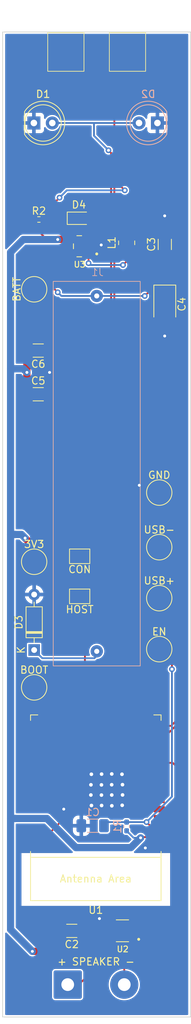
<source format=kicad_pcb>
(kicad_pcb (version 20221018) (generator pcbnew)
  (layers (0 "F.Cu" signal) (31 "B.Cu" signal) (34 "B.Paste" user) (35 "F.Paste" user) (36 "B.SilkS" user "B.Silkscreen") (37 "F.SilkS" user "F.Silkscreen") (38 "B.Mask" user) (39 "F.Mask" user) (44 "Edge.Cuts" user))
  (net 0 "")
  (net 1 "Net-(U1-EN)")
  (net 2 "GND")
  (net 3 "3V3")
  (net 4 "Net-(J1-Pin_1)")
  (net 5 "Net-(D1-A)")
  (net 6 "Net-(D3-K)")
  (net 7 "Net-(D4-A)")
  (net 8 "Net-(U2-OUT+)")
  (net 9 "Net-(U2-OUT-)")
  (net 10 "Net-(U1-GPIO12{slash}TOUCH12{slash}ADC2_CH1{slash}FSPICLK{slash}FSPIIO6)")
  (net 11 "Net-(U1-GPIO20{slash}U1CTS{slash}ADC2_CH9{slash}CLK_OUT1{slash}USB_D+)")
  (net 12 "Net-(U1-GPIO19{slash}U1RTS{slash}ADC2_CH8{slash}CLK_OUT2{slash}USB_D-)")
  (net 13 "Net-(U1-GPIO0)")
  (net 17 "Net-(U1-GPIO17{slash}U1TXD{slash}ADC2_CH6{slash}DAC_1)")
  (net 44 "Net-(C7-A)")
  (footprint "Capacitor_SMD:C_1206_3216Metric_Pad1.33x1.80mm_HandSolder" (layer "F.Cu") (at 151.765 73.9263 90)
    (fp_text reference "C3" (at 0 -1.85 90) (layer "F.SilkS"))
    (fp_text value "22UF")
    (fp_line (start -0.711252 -0.91) (end 0.711252 -0.91) (stroke (width 0.12)) (layer "F.SilkS"))
    (fp_line (start -0.711252 0.91) (end 0.711252 0.91) (stroke (width 0.12)) (layer "F.SilkS"))
    (pad "1" smd roundrect (at -1.5625 0 90) (size 1.325 1.8) (layers "F.Cu" "F.Paste" "F.Mask") (roundrect_rratio 0.1886792453) (net 4 "Net-(J1-Pin_1)"))
    (pad "2" smd roundrect (at 1.5625 0 90) (size 1.325 1.8) (layers "F.Cu" "F.Paste" "F.Mask") (roundrect_rratio 0.1886792453) (net 2 "GND"))
  )
  (footprint "Library:Z00C-4G7L1-11000" (layer "F.Cu") (at 144.52 45.25)
    (fp_text reference "Conn_Button_2" hide)
    (fp_text value "~")
    (fp_rect (start -0.4 -0.4) (end 4.6 4.9) (stroke (width 0.1)) (fill none) (layer "F.SilkS"))
    (pad "1" smd rect (at 2.1 2.25) (size 4.7 5) (layers "F.Cu" "F.Paste" "F.Mask") (net 2 "GND"))
  )
  (footprint "Connector_Wire:SolderWire-1sqmm_1x02_P7.8mm_D1.4mm_OD3.9mm" (layer "F.Cu") (at 138.377 175.5648)
    (fp_text reference "+ SPEAKER -" (at 3.9 -3.15) (layer "F.SilkS"))
    (fp_text value "Speaker")
    (pad "1" thru_hole roundrect (at 0 0) (size 3.9 3.9) (drill 1.75) (layers "*.Cu" "*.Mask") (roundrect_rratio 0.06410307692) (net 8 "Net-(U2-OUT+)"))
    (pad "2" thru_hole circle (at 7.8 0) (size 3.9 3.9) (drill 1.75) (layers "*.Cu" "*.Mask") (net 9 "Net-(U2-OUT-)"))
  )
  (footprint "resources:SOT95P280X145-6N" (layer "F.Cu") (at 145.925 168.1734 180)
    (fp_text reference "U2" (at -0.031003 -2.53111) (layer "F.SilkS") (effects (font (size 0.8 0.8))))
    (fp_text value "PAM8301AAF")
    (fp_line (start -0.85 1.5) (end 0.85 1.5) (stroke (width 0.127)) (layer "F.SilkS"))
    (fp_line (start 0.85 -1.5) (end -0.85 -1.5) (stroke (width 0.127)) (layer "F.SilkS"))
    (fp_circle (center -2.24 -1.17) (end -2.14 -1.17) (stroke (width 0.2)) (fill none) (layer "F.SilkS"))
    (pad "1" smd roundrect (at -1.075 -0.95 180) (size 1.56 0.59) (layers "F.Cu" "F.Paste" "F.Mask") (roundrect_rratio 0.12) (net 9 "Net-(U2-OUT-)"))
    (pad "2" smd roundrect (at -1.075 0 180) (size 1.56 0.59) (layers "F.Cu" "F.Paste" "F.Mask") (roundrect_rratio 0.12) (net 2 "GND"))
    (pad "3" smd roundrect (at -1.075 0.95 180) (size 1.56 0.59) (layers "F.Cu" "F.Paste" "F.Mask") (roundrect_rratio 0.12) (net 17 "Net-(U1-GPIO17{slash}U1TXD{slash}ADC2_CH6{slash}DAC_1)"))
    (pad "4" smd roundrect (at 1.075 0.95 180) (size 1.56 0.59) (layers "F.Cu" "F.Paste" "F.Mask") (roundrect_rratio 0.12) (net 2 "GND"))
    (pad "5" smd roundrect (at 1.075 0 180) (size 1.56 0.59) (layers "F.Cu" "F.Paste" "F.Mask") (roundrect_rratio 0.12) (net 3 "3V3"))
    (pad "6" smd roundrect (at 1.075 -0.95 180) (size 1.56 0.59) (layers "F.Cu" "F.Paste" "F.Mask") (roundrect_rratio 0.12) (net 8 "Net-(U2-OUT+)"))
  )
  (footprint "TestPoint:TestPoint_Pad_D3.0mm" (layer "F.Cu") (at 151 122.5)
    (fp_text reference "USB+" (at 0 -2.398) (layer "F.SilkS"))
    (fp_text value "USB_D +")
    (fp_circle (center 0 0) (end 0 1.75) (stroke (width 0.12)) (fill none) (layer "F.SilkS"))
    (pad "1" smd circle (at 0 0) (size 3 3) (layers "F.Cu" "F.Mask") (net 11 "Net-(U1-GPIO20{slash}U1CTS{slash}ADC2_CH9{slash}CLK_OUT1{slash}USB_D+)"))
  )
  (footprint "TestPoint:TestPoint_Pad_D3.0mm" (layer "F.Cu") (at 133.75 134.75)
    (fp_text reference "BOOT" (at 0 -2.398) (layer "F.SilkS"))
    (fp_text value "BOOT")
    (fp_circle (center 0 0) (end 0 1.75) (stroke (width 0.12)) (fill none) (layer "F.SilkS"))
    (pad "1" smd circle (at 0 0) (size 3 3) (layers "F.Cu" "F.Mask") (net 13 "Net-(U1-GPIO0)"))
  )
  (footprint "Resistor_SMD:R_0402_1005Metric_Pad0.72x0.64mm_HandSolder" (layer "F.Cu") (at 134.4025 70.5)
    (fp_text reference "R2" (at 0 -1.17) (layer "F.SilkS"))
    (fp_text value "10K")
    (fp_line (start -0.167621 -0.38) (end 0.167621 -0.38) (stroke (width 0.12)) (layer "F.SilkS"))
    (fp_line (start -0.167621 0.38) (end 0.167621 0.38) (stroke (width 0.12)) (layer "F.SilkS"))
    (pad "1" smd roundrect (at -0.5975 0) (size 0.715 0.64) (layers "F.Cu" "F.Paste" "F.Mask") (net 3 "3V3"))
    (pad "2" smd roundrect (at 0.5975 0) (size 0.715 0.64) (layers "F.Cu" "F.Paste" "F.Mask") (net 10 "Net-(U1-GPIO12{slash}TOUCH12{slash}ADC2_CH1{slash}FSPICLK{slash}FSPIIO6)"))
  )
  (footprint "TestPoint:TestPoint_Pad_D3.0mm" (layer "F.Cu") (at 133.75 80.0862 90)
    (fp_text reference "BATT" (at 0 -2.398 90) (layer "F.SilkS"))
    (fp_text value "BATT")
    (fp_circle (center 0 0) (end 0 1.75) (stroke (width 0.12)) (fill none) (layer "F.SilkS"))
    (pad "1" smd circle (at 0 0 90) (size 3 3) (layers "F.Cu" "F.Mask") (net 4 "Net-(J1-Pin_1)"))
  )
  (footprint "Inductor_SMD:L_1008_2520Metric_Pad1.43x2.20mm_HandSolder" (layer "F.Cu") (at 146.5072 73.7049 90)
    (fp_text reference "L1" (at 0 -2.05 90) (layer "F.SilkS"))
    (fp_text value "L")
    (fp_line (start -0.261252 -1.11) (end 0.261252 -1.11) (stroke (width 0.12)) (layer "F.SilkS"))
    (fp_line (start -0.261252 1.11) (end 0.261252 1.11) (stroke (width 0.12)) (layer "F.SilkS"))
    (pad "1" smd roundrect (at -1.1625 0 90) (size 1.425 2.2) (layers "F.Cu" "F.Paste" "F.Mask") (roundrect_rratio 0.1754392982) (net 7 "Net-(D4-A)"))
    (pad "2" smd roundrect (at 1.1625 0 90) (size 1.425 2.2) (layers "F.Cu" "F.Paste" "F.Mask") (roundrect_rratio 0.1754392982) (net 4 "Net-(J1-Pin_1)"))
  )
  (footprint "Capacitor_SMD:C_1206_3216Metric_Pad1.33x1.80mm_HandSolder" (layer "F.Cu") (at 138.938 168.1865 180)
    (fp_text reference "C2" (at 0 -1.85) (layer "F.SilkS"))
    (fp_text value "22UF")
    (fp_line (start -0.711252 -0.91) (end 0.711252 -0.91) (stroke (width 0.12)) (layer "F.SilkS"))
    (fp_line (start -0.711252 0.91) (end 0.711252 0.91) (stroke (width 0.12)) (layer "F.SilkS"))
    (pad "1" smd roundrect (at -1.5625 0 180) (size 1.325 1.8) (layers "F.Cu" "F.Paste" "F.Mask") (roundrect_rratio 0.1886792453) (net 3 "3V3"))
    (pad "2" smd roundrect (at 1.5625 0 180) (size 1.325 1.8) (layers "F.Cu" "F.Paste" "F.Mask") (roundrect_rratio 0.1886792453) (net 2 "GND"))
  )
  (footprint "Jumper:SolderJumper-2_P1.3mm_Open_TrianglePad1.0x1.5mm" (layer "F.Cu") (at 140.025 122.25 180)
    (fp_text reference "HOST" (at 0 -1.8) (layer "F.SilkS"))
    (fp_text value "HOST")
    (fp_line (start -1.4 -1) (end 1.4 -1) (stroke (width 0.12)) (layer "F.SilkS"))
    (fp_line (start -1.4 1) (end -1.4 -1) (stroke (width 0.12)) (layer "F.SilkS"))
    (fp_line (start 1.4 -1) (end 1.4 1) (stroke (width 0.12)) (layer "F.SilkS"))
    (fp_line (start 1.4 1) (end -1.4 1) (stroke (width 0.12)) (layer "F.SilkS"))
    (pad "1" smd custom (at -0.725 0 180) (size 0.3 0.3) (layers "F.Cu" "F.Mask") (net 44 "Net-(C7-A)") (options (clearance outline) (anchor rect)) (primitives (gr_poly (pts (xy 1 0) (xy 0.5 0.75) (xy -0.5 0.75) (xy -0.5 -0.75) (xy 0.5 -0.75)) (width 0) (fill yes))))
    (pad "2" smd custom (at 0.725 0 180) (size 0.3 0.3) (layers "F.Cu" "F.Mask") (net 2 "GND") (options (clearance outline) (anchor rect)) (primitives (gr_poly (pts (xy 0.5 0.75) (xy -0.65 0.75) (xy -0.15 0) (xy -0.65 -0.75) (xy 0.5 -0.75)) (width 0) (fill yes))))
  )
  (footprint "Diode_SMD:D_SOD-323" (layer "F.Cu") (at 139.92 70.3326)
    (fp_text reference "D4" (at 0 -1.85) (layer "F.SilkS"))
    (fp_text value "BAT60A")
    (fp_line (start -1.61 -0.85) (end -1.61 0.85) (stroke (width 0.12)) (layer "F.SilkS"))
    (fp_line (start -1.61 -0.85) (end 1.05 -0.85) (stroke (width 0.12)) (layer "F.SilkS"))
    (fp_line (start -1.61 0.85) (end 1.05 0.85) (stroke (width 0.12)) (layer "F.SilkS"))
    (pad "1" smd roundrect (at -1.05 0) (size 0.6 0.45) (layers "F.Cu" "F.Paste" "F.Mask") (net 3 "3V3"))
    (pad "2" smd roundrect (at 1.05 0) (size 0.6 0.45) (layers "F.Cu" "F.Paste" "F.Mask") (net 7 "Net-(D4-A)"))
  )
  (footprint "resources:SOT95P280X145-5N" (layer "F.Cu") (at 139.969 74.1782 180)
    (fp_text reference "U3" (at -0.06 -2.508) (layer "F.SilkS") (effects (font (size 0.8 0.8))))
    (fp_text value "TPS613221ADBVR")
    (fp_line (start -0.33 -1.45) (end 0.33 -1.45) (stroke (width 0.127)) (layer "F.SilkS"))
    (fp_line (start 0.33 1.45) (end -0.33 1.45) (stroke (width 0.127)) (layer "F.SilkS"))
    (fp_line (start 0.8 -0.335) (end 0.8 0.335) (stroke (width 0.127)) (layer "F.SilkS"))
    (fp_circle (center -2.41 -1.05) (end -2.31 -1.05) (stroke (width 0.2)) (fill none) (layer "F.SilkS"))
    (pad "1" smd roundrect (at -1.255 -0.95 180) (size 1.21 0.59) (layers "F.Cu" "F.Paste" "F.Mask") (roundrect_rratio 0.15) (net 7 "Net-(D4-A)"))
    (pad "2" smd roundrect (at -1.255 0 180) (size 1.21 0.59) (layers "F.Cu" "F.Paste" "F.Mask") (roundrect_rratio 0.15) (net 2 "GND"))
    (pad "3" smd roundrect (at -1.255 0.95 180) (size 1.21 0.59) (layers "F.Cu" "F.Paste" "F.Mask") (roundrect_rratio 0.15))
    (pad "4" smd roundrect (at 1.255 0.95 180) (size 1.21 0.59) (layers "F.Cu" "F.Paste" "F.Mask") (roundrect_rratio 0.15) (net 3 "3V3"))
    (pad "5" smd roundrect (at 1.255 -0.95 180) (size 1.21 0.59) (layers "F.Cu" "F.Paste" "F.Mask") (roundrect_rratio 0.15))
  )
  (footprint "Capacitor_SMD:C_1206_3216Metric_Pad1.33x1.80mm_HandSolder" (layer "F.Cu") (at 134.3125 88.5 180)
    (fp_text reference "C6" (at 0 -1.85) (layer "F.SilkS"))
    (fp_text value "22UF")
    (fp_line (start -0.711252 -0.91) (end 0.711252 -0.91) (stroke (width 0.12)) (layer "F.SilkS"))
    (fp_line (start -0.711252 0.91) (end 0.711252 0.91) (stroke (width 0.12)) (layer "F.SilkS"))
    (pad "1" smd roundrect (at -1.5625 0 180) (size 1.325 1.8) (layers "F.Cu" "F.Paste" "F.Mask") (roundrect_rratio 0.1886792453) (net 2 "GND"))
    (pad "2" smd roundrect (at 1.5625 0 180) (size 1.325 1.8) (layers "F.Cu" "F.Paste" "F.Mask") (roundrect_rratio 0.1886792453) (net 3 "3V3"))
  )
  (footprint "Library:Z00C-4G7L1-11000" (layer "F.Cu") (at 136.02 45.25)
    (fp_text reference "Conn_Button_1" hide)
    (fp_text value "~")
    (fp_rect (start -0.4 -0.4) (end 4.6 4.9) (stroke (width 0.1)) (fill none) (layer "F.SilkS"))
    (pad "1" smd rect (at 2.1 2.25) (size 4.7 5) (layers "F.Cu" "F.Paste" "F.Mask") (net 10 "Net-(U1-GPIO12{slash}TOUCH12{slash}ADC2_CH1{slash}FSPICLK{slash}FSPIIO6)"))
  )
  (footprint "TestPoint:TestPoint_Pad_D3.0mm" (layer "F.Cu") (at 151 108)
    (fp_text reference "GND" (at 0 -2.398) (layer "F.SilkS"))
    (fp_text value "GND")
    (fp_circle (center 0 0) (end 0 1.75) (stroke (width 0.12)) (fill none) (layer "F.SilkS"))
    (pad "1" smd circle (at 0 0) (size 3 3) (layers "F.Cu" "F.Mask") (net 2 "GND"))
  )
  (footprint "Capacitor_SMD:C_1206_3216Metric_Pad1.33x1.80mm_HandSolder" (layer "F.Cu") (at 134.3125 94.5)
    (fp_text reference "C5" (at 0 -1.85) (layer "F.SilkS"))
    (fp_text value "22UF")
    (fp_line (start -0.711252 -0.91) (end 0.711252 -0.91) (stroke (width 0.12)) (layer "F.SilkS"))
    (fp_line (start -0.711252 0.91) (end 0.711252 0.91) (stroke (width 0.12)) (layer "F.SilkS"))
    (pad "1" smd roundrect (at -1.5625 0) (size 1.325 1.8) (layers "F.Cu" "F.Paste" "F.Mask") (roundrect_rratio 0.1886792453) (net 3 "3V3"))
    (pad "2" smd roundrect (at 1.5625 0) (size 1.325 1.8) (layers "F.Cu" "F.Paste" "F.Mask") (roundrect_rratio 0.1886792453) (net 2 "GND"))
  )
  (footprint "PCM_Espressif:ESP32-S2-SOLO" (layer "F.Cu") (at 142.25 148.28 180)
    (fp_text reference "U1" (at 0 -17.05) (layer "F.SilkS"))
    (fp_text value "ESP32-S2-SOLO")
    (fp_text user "Antenna Area" (at 0 -12.75) (layer "F.SilkS"))
    (fp_line (start -9 -15.75) (end -9 -9) (stroke (width 0.12)) (layer "F.SilkS"))
    (fp_line (start -9 -15.75) (end 9 -15.75) (stroke (width 0.12)) (layer "F.SilkS"))
    (fp_line (start -9 9) (end -9 9.75) (stroke (width 0.12)) (layer "F.SilkS"))
    (fp_line (start -9 9.75) (end -8 9.75) (stroke (width 0.12)) (layer "F.SilkS"))
    (fp_line (start 9 -15.75) (end 9 -9) (stroke (width 0.12)) (layer "F.SilkS"))
    (fp_line (start 9 -9.81) (end -9 -9.81) (stroke (width 0.12)) (layer "F.SilkS"))
    (fp_line (start 9 9) (end 9 9.75) (stroke (width 0.12)) (layer "F.SilkS"))
    (fp_line (start 9 9.75) (end 8 9.75) (stroke (width 0.12)) (layer "F.SilkS"))
    (pad "1" smd rect (at -8.75 -8.26 180) (size 1.5 0.9) (layers "F.Cu" "F.Paste" "F.Mask") (net 2 "GND"))
    (pad "2" smd rect (at -8.75 -6.99 180) (size 1.5 0.9) (layers "F.Cu" "F.Paste" "F.Mask") (net 3 "3V3"))
    (pad "3" smd rect (at -8.75 -5.72 180) (size 1.5 0.9) (layers "F.Cu" "F.Paste" "F.Mask") (net 1 "Net-(U1-EN)"))
    (pad "4" smd rect (at -8.75 -4.45 180) (size 1.5 0.9) (layers "F.Cu" "F.Paste" "F.Mask"))
    (pad "5" smd rect (at -8.75 -3.18 180) (size 1.5 0.9) (layers "F.Cu" "F.Paste" "F.Mask"))
    (pad "6" smd rect (at -8.75 -1.91 180) (size 1.5 0.9) (layers "F.Cu" "F.Paste" "F.Mask"))
    (pad "7" smd rect (at -8.75 -0.64 180) (size 1.5 0.9) (layers "F.Cu" "F.Paste" "F.Mask"))
    (pad "8" smd rect (at -8.75 0.63 180) (size 1.5 0.9) (layers "F.Cu" "F.Paste" "F.Mask"))
    (pad "9" smd rect (at -8.75 1.9 180) (size 1.5 0.9) (layers "F.Cu" "F.Paste" "F.Mask"))
    (pad "10" smd rect (at -8.75 3.17 180) (size 1.5 0.9) (layers "F.Cu" "F.Paste" "F.Mask") (net 17 "Net-(U1-GPIO17{slash}U1TXD{slash}ADC2_CH6{slash}DAC_1)"))
    (pad "11" smd rect (at -8.75 4.44 180) (size 1.5 0.9) (layers "F.Cu" "F.Paste" "F.Mask"))
    (pad "12" smd rect (at -8.75 5.71 180) (size 1.5 0.9) (layers "F.Cu" "F.Paste" "F.Mask"))
    (pad "13" smd rect (at -8.75 6.98 180) (size 1.5 0.9) (layers "F.Cu" "F.Paste" "F.Mask") (net 12 "Net-(U1-GPIO19{slash}U1RTS{slash}ADC2_CH8{slash}CLK_OUT2{slash}USB_D-)"))
    (pad "14" smd rect (at -8.75 8.25 180) (size 1.5 0.9) (layers "F.Cu" "F.Paste" "F.Mask") (net 11 "Net-(U1-GPIO20{slash}U1CTS{slash}ADC2_CH9{slash}CLK_OUT1{slash}USB_D+)"))
    (pad "15" smd rect (at -6.985 9.5 270) (size 1.5 0.9) (layers "F.Cu" "F.Paste" "F.Mask"))
    (pad "16" smd rect (at -5.715 9.5 270) (size 1.5 0.9) (layers "F.Cu" "F.Paste" "F.Mask"))
    (pad "17" smd rect (at -4.445 9.5 270) (size 1.5 0.9) (layers "F.Cu" "F.Paste" "F.Mask"))
    (pad "18" smd rect (at -3.175 9.5 270) (size 1.5 0.9) (layers "F.Cu" "F.Paste" "F.Mask"))
    (pad "19" smd rect (at -1.905 9.5 270) (size 1.5 0.9) (layers "F.Cu" "F.Paste" "F.Mask"))
    (pad "20" smd rect (at -0.635 9.5 270) (size 1.5 0.9) (layers "F.Cu" "F.Paste" "F.Mask") (net 10 "Net-(U1-GPIO12{slash}TOUCH12{slash}ADC2_CH1{slash}FSPICLK{slash}FSPIIO6)"))
    (pad "21" smd rect (at 0.635 9.5 270) (size 1.5 0.9) (layers "F.Cu" "F.Paste" "F.Mask") (net 5 "Net-(D1-A)"))
    (pad "22" smd rect (at 1.905 9.5 270) (size 1.5 0.9) (layers "F.Cu" "F.Paste" "F.Mask") (net 44 "Net-(C7-A)"))
    (pad "23" smd rect (at 3.175 9.5 270) (size 1.5 0.9) (layers "F.Cu" "F.Paste" "F.Mask"))
    (pad "24" smd rect (at 4.445 9.5 270) (size 1.5 0.9) (layers "F.Cu" "F.Paste" "F.Mask"))
    (pad "25" smd rect (at 5.715 9.5 270) (size 1.5 0.9) (layers "F.Cu" "F.Paste" "F.Mask"))
    (pad "26" smd rect (at 6.985 9.5 270) (size 1.5 0.9) (layers "F.Cu" "F.Paste" "F.Mask"))
    (pad "27" smd rect (at 8.75 8.25) (size 1.5 0.9) (layers "F.Cu" "F.Paste" "F.Mask") (net 13 "Net-(U1-GPIO0)"))
    (pad "28" smd rect (at 8.75 6.98) (size 1.5 0.9) (layers "F.Cu" "F.Paste" "F.Mask"))
    (pad "29" smd rect (at 8.75 5.71) (size 1.5 0.9) (layers "F.Cu" "F.Paste" "F.Mask"))
    (pad "30" smd rect (at 8.75 4.44) (size 1.5 0.9) (layers "F.Cu" "F.Paste" "F.Mask"))
    (pad "31" smd rect (at 8.75 3.17) (size 1.5 0.9) (layers "F.Cu" "F.Paste" "F.Mask"))
    (pad "32" smd rect (at 8.75 1.9) (size 1.5 0.9) (layers "F.Cu" "F.Paste" "F.Mask"))
    (pad "33" smd rect (at 8.75 0.63) (size 1.5 0.9) (layers "F.Cu" "F.Paste" "F.Mask"))
    (pad "34" smd rect (at 8.75 -0.64) (size 1.5 0.9) (layers "F.Cu" "F.Paste" "F.Mask"))
    (pad "35" smd rect (at 8.75 -1.91) (size 1.5 0.9) (layers "F.Cu" "F.Paste" "F.Mask"))
    (pad "36" smd rect (at 8.75 -3.18) (size 1.5 0.9) (layers "F.Cu" "F.Paste" "F.Mask"))
    (pad "37" smd rect (at 8.75 -4.45) (size 1.5 0.9) (layers "F.Cu" "F.Paste" "F.Mask"))
    (pad "38" smd rect (at 8.75 -5.72) (size 1.5 0.9) (layers "F.Cu" "F.Paste" "F.Mask"))
    (pad "39" smd rect (at 8.75 -6.99) (size 1.5 0.9) (layers "F.Cu" "F.Paste" "F.Mask"))
    (pad "40" smd rect (at 8.75 -8.26) (size 1.5 0.9) (layers "F.Cu" "F.Paste" "F.Mask") (net 2 "GND"))
    (pad "41" smd rect (at -2.9 -1.94) (size 0.9 0.9) (layers "F.Cu" "F.Paste" "F.Mask") (net 2 "GND"))
    (pad "41" smd rect (at -2.9 -0.54) (size 0.9 0.9) (layers "F.Cu" "F.Paste" "F.Mask") (net 2 "GND"))
    (pad "41" smd rect (at -2.9 0.86) (size 0.9 0.9) (layers "F.Cu" "F.Paste" "F.Mask") (net 2 "GND") (clearance 0.000001))
    (pad "41" smd rect (at -1.5 -1.94) (size 0.9 0.9) (layers "F.Cu" "F.Paste" "F.Mask") (net 2 "GND"))
    (pad "41" smd rect (at -1.5 -0.54) (size 0.9 0.9) (layers "F.Cu" "F.Paste" "F.Mask") (net 2 "GND"))
    (pad "41" smd rect (at -1.5 0.86) (size 0.9 0.9) (layers "F.Cu" "F.Paste" "F.Mask") (net 2 "GND"))
    (pad "41" smd rect (at -0.1 -1.94) (size 0.9 0.9) (layers "F.Cu" "F.Paste" "F.Mask") (net 2 "GND"))
    (pad "41" smd rect (at -0.1 -0.54) (size 0.9 0.9) (layers "F.Cu" "F.Paste" "F.Mask") (net 2 "GND"))
    (pad "41" smd rect (at -0.1 0.86) (size 0.9 0.9) (layers "F.Cu" "F.Paste" "F.Mask") (net 2 "GND"))
    (zone (net 0) (net_name "") (layers "*.Cu") (name "antenna keepout") (connect_pads (clearance 0)) (min_thickness 0.25)
      (keepout (tracks not_allowed) (vias not_allowed) (pads not_allowed) (copperpour not_allowed) (footprints not_allowed))
      (fill (thermal_gap 0.5) (thermal_bridge_width 0.5))
      (polygon (pts (xy 151.25 158.08) (xy 151.25 164.03) (xy 133.25 164.03) (xy 133.25 158.08)))
    )
  )
  (footprint "TestPoint:TestPoint_Pad_D3.0mm" (layer "F.Cu") (at 133.75 117.5)
    (fp_text reference "3V3" (at 0 -2.398) (layer "F.SilkS"))
    (fp_text value "3V3")
    (fp_circle (center 0 0) (end 0 1.75) (stroke (width 0.12)) (fill none) (layer "F.SilkS"))
    (pad "1" smd circle (at 0 0) (size 3 3) (layers "F.Cu" "F.Mask") (net 3 "3V3"))
  )
  (footprint "Capacitor_Tantalum_SMD:CP_EIA-3528-12_Kemet-T_Pad1.50x2.35mm_HandSolder" (layer "F.Cu") (at 151.765 82.143 -90)
    (fp_text reference "C4" (at 0 -2.35 90) (layer "F.SilkS"))
    (fp_text value "150UF")
    (fp_line (start -2.635 -1.51) (end -2.635 1.51) (stroke (width 0.12)) (layer "F.SilkS"))
    (fp_line (start -2.635 1.51) (end 1.75 1.51) (stroke (width 0.12)) (layer "F.SilkS"))
    (fp_line (start 1.75 -1.51) (end -2.635 -1.51) (stroke (width 0.12)) (layer "F.SilkS"))
    (pad "1" smd roundrect (at -1.625 0 270) (size 1.5 2.35) (layers "F.Cu" "F.Paste" "F.Mask") (roundrect_rratio 0.1666673333) (net 4 "Net-(J1-Pin_1)"))
    (pad "2" smd roundrect (at 1.625 0 270) (size 1.5 2.35) (layers "F.Cu" "F.Paste" "F.Mask") (roundrect_rratio 0.1666673333) (net 2 "GND"))
  )
  (footprint "TestPoint:TestPoint_Pad_D3.0mm" (layer "F.Cu") (at 151 129.5)
    (fp_text reference "EN" (at 0 -2.398) (layer "F.SilkS"))
    (fp_text value "EN")
    (fp_circle (center 0 0) (end 0 1.75) (stroke (width 0.12)) (fill none) (layer "F.SilkS"))
    (pad "1" smd circle (at 0 0) (size 3 3) (layers "F.Cu" "F.Mask") (net 1 "Net-(U1-EN)"))
  )
  (footprint "LED_THT:LED_D5.0mm_Clear" (layer "F.Cu") (at 133.71 57.25)
    (fp_text reference "D1" (at 1.27 -3.96) (layer "F.SilkS"))
    (fp_text value "LED")
    (fp_line (start -1.29 -1.545) (end -1.29 1.545) (stroke (width 0.12)) (layer "F.SilkS"))
    (fp_arc (start -1.29 -1.54483) (mid 2.072002 -2.880433) (end 4.26 0.000462) (stroke (width 0.12)) (layer "F.SilkS"))
    (fp_arc (start 4.26 -0.000462) (mid 2.072002 2.880433) (end -1.29 1.54483) (stroke (width 0.12)) (layer "F.SilkS"))
    (fp_circle (center 1.27 0) (end 3.77 0) (stroke (width 0.12)) (fill none) (layer "F.SilkS"))
    (pad "1" thru_hole rect (at 0 0) (size 1.8 1.8) (drill 0.9) (layers "*.Cu" "*.Mask") (net 2 "GND"))
    (pad "2" thru_hole circle (at 2.54 0) (size 1.8 1.8) (drill 0.9) (layers "*.Cu" "*.Mask") (net 5 "Net-(D1-A)"))
  )
  (footprint "Jumper:SolderJumper-2_P1.3mm_Open_TrianglePad1.0x1.5mm" (layer "F.Cu") (at 140.025 116.75 180)
    (fp_text reference "CON" (at 0 -1.8) (layer "F.SilkS"))
    (fp_text value "CONTESTANT")
    (fp_line (start -1.4 -1) (end 1.4 -1) (stroke (width 0.12)) (layer "F.SilkS"))
    (fp_line (start -1.4 1) (end -1.4 -1) (stroke (width 0.12)) (layer "F.SilkS"))
    (fp_line (start 1.4 -1) (end 1.4 1) (stroke (width 0.12)) (layer "F.SilkS"))
    (fp_line (start 1.4 1) (end -1.4 1) (stroke (width 0.12)) (layer "F.SilkS"))
    (pad "1" smd custom (at -0.725 0 180) (size 0.3 0.3) (layers "F.Cu" "F.Mask") (net 44 "Net-(C7-A)") (options (clearance outline) (anchor rect)) (primitives (gr_poly (pts (xy 1 0) (xy 0.5 0.75) (xy -0.5 0.75) (xy -0.5 -0.75) (xy 0.5 -0.75)) (width 0) (fill yes))))
    (pad "2" smd custom (at 0.725 0 180) (size 0.3 0.3) (layers "F.Cu" "F.Mask") (net 3 "3V3") (options (clearance outline) (anchor rect)) (primitives (gr_poly (pts (xy 0.5 0.75) (xy -0.65 0.75) (xy -0.15 0) (xy -0.65 -0.75) (xy 0.5 -0.75)) (width 0) (fill yes))))
  )
  (footprint "Diode_THT:D_DO-35_SOD27_P7.62mm_Horizontal" (layer "F.Cu") (at 133.75 129.62 90)
    (fp_text reference "D3" (at 3.81 -2.12 90) (layer "F.SilkS"))
    (fp_text value "D")
    (fp_text user "K" (at 0 -1.8 90) (layer "F.SilkS"))
    (fp_line (start 1.04 0) (end 1.69 0) (stroke (width 0.12)) (layer "F.SilkS"))
    (fp_line (start 1.69 -1.12) (end 1.69 1.12) (stroke (width 0.12)) (layer "F.SilkS"))
    (fp_line (start 1.69 1.12) (end 5.93 1.12) (stroke (width 0.12)) (layer "F.SilkS"))
    (fp_line (start 2.29 -1.12) (end 2.29 1.12) (stroke (width 0.12)) (layer "F.SilkS"))
    (fp_line (start 2.41 -1.12) (end 2.41 1.12) (stroke (width 0.12)) (layer "F.SilkS"))
    (fp_line (start 2.53 -1.12) (end 2.53 1.12) (stroke (width 0.12)) (layer "F.SilkS"))
    (fp_line (start 5.93 -1.12) (end 1.69 -1.12) (stroke (width 0.12)) (layer "F.SilkS"))
    (fp_line (start 5.93 1.12) (end 5.93 -1.12) (stroke (width 0.12)) (layer "F.SilkS"))
    (fp_line (start 6.58 0) (end 5.93 0) (stroke (width 0.12)) (layer "F.SilkS"))
    (pad "1" thru_hole rect (at 0 0 90) (size 1.6 1.6) (drill 0.8) (layers "*.Cu" "*.Mask") (net 6 "Net-(D3-K)"))
    (pad "2" thru_hole oval (at 7.62 0 90) (size 1.6 1.6) (drill 0.8) (layers "*.Cu" "*.Mask") (net 2 "GND"))
  )
  (footprint "TestPoint:TestPoint_Pad_D3.0mm" (layer "F.Cu") (at 151 115.5)
    (fp_text reference "USB-" (at 0 -2.398) (layer "F.SilkS"))
    (fp_text value "USB_D -")
    (fp_circle (center 0 0) (end 0 1.75) (stroke (width 0.12)) (fill none) (layer "F.SilkS"))
    (pad "1" smd circle (at 0 0) (size 3 3) (layers "F.Cu" "F.Mask") (net 12 "Net-(U1-GPIO19{slash}U1RTS{slash}ADC2_CH8{slash}CLK_OUT2{slash}USB_D-)"))
  )
  (footprint "Jmazur:Jm 1x AAA Battery Holder" (layer "B.Cu") (at 142.3797 79 180)
    (fp_text reference "J1" (at -0.1016 1.2446 unlocked) (layer "B.SilkS") (effects (font (thickness 0.1)) (justify mirror)))
    (fp_text value "Conn_02x01")
    (fp_rect (start -6 0) (end 6 -52.8) (stroke (width 0.1)) (fill none) (layer "B.SilkS"))
    (pad "1" thru_hole circle (at 0 -2 180) (size 1.7 1.7) (drill 0.7) (layers "*.Cu" "*.Mask") (net 4 "Net-(J1-Pin_1)"))
    (pad "2" thru_hole circle (at 0 -50.8 180) (size 1.7 1.7) (drill 0.7) (layers "*.Cu" "*.Mask") (net 6 "Net-(D3-K)"))
  )
  (footprint "Capacitor_SMD:C_1206_3216Metric_Pad1.33x1.80mm_HandSolder" (layer "B.Cu") (at 141.8125 153.75 180)
    (fp_text reference "C1" (at 0 1.85) (layer "B.SilkS") (effects (justify mirror)))
    (fp_text value "22UF")
    (fp_line (start -0.711252 -0.91) (end 0.711252 -0.91) (stroke (width 0.12)) (layer "B.SilkS"))
    (fp_line (start -0.711252 0.91) (end 0.711252 0.91) (stroke (width 0.12)) (layer "B.SilkS"))
    (pad "1" smd roundrect (at -1.5625 0 180) (size 1.325 1.8) (layers "B.Cu" "B.Paste" "B.Mask") (roundrect_rratio 0.1886792453) (net 1 "Net-(U1-EN)"))
    (pad "2" smd roundrect (at 1.5625 0 180) (size 1.325 1.8) (layers "B.Cu" "B.Paste" "B.Mask") (roundrect_rratio 0.1886792453) (net 2 "GND"))
  )
  (footprint "Resistor_SMD:R_0402_1005Metric_Pad0.72x0.64mm_HandSolder" (layer "B.Cu") (at 146.5 153.8475 90)
    (fp_text reference "R1" (at 0 -1.25 90) (layer "B.SilkS") (effects (justify mirror)))
    (fp_text value "10k")
    (fp_line (start -0.167621 -0.38) (end 0.167621 -0.38) (stroke (width 0.12)) (layer "B.SilkS"))
    (fp_line (start -0.167621 0.38) (end 0.167621 0.38) (stroke (width 0.12)) (layer "B.SilkS"))
    (pad "1" smd roundrect (at -0.5975 0 90) (size 0.715 0.64) (layers "B.Cu" "B.Paste" "B.Mask") (net 3 "3V3"))
    (pad "2" smd roundrect (at 0.5975 0 90) (size 0.715 0.64) (layers "B.Cu" "B.Paste" "B.Mask") (net 1 "Net-(U1-EN)"))
  )
  (footprint "LED_THT:LED_D5.0mm_Clear" (layer "B.Cu") (at 150.75 57.25 180)
    (fp_text reference "D2" (at 1.27 3.96) (layer "B.SilkS") (effects (justify mirror)))
    (fp_text value "LED")
    (fp_line (start -1.29 1.545) (end -1.29 -1.545) (stroke (width 0.12)) (layer "B.SilkS"))
    (fp_arc (start -1.29 -1.54483) (mid 2.072002 -2.880433) (end 4.26 0.000462) (stroke (width 0.12)) (layer "B.SilkS"))
    (fp_arc (start 4.26 -0.000462) (mid 2.072002 2.880433) (end -1.29 1.54483) (stroke (width 0.12)) (layer "B.SilkS"))
    (fp_circle (center 1.27 0) (end 3.77 0) (stroke (width 0.12)) (fill none) (layer "B.SilkS"))
    (pad "1" thru_hole rect (at 0 0 180) (size 1.8 1.8) (drill 0.9) (layers "*.Cu" "*.Mask") (net 2 "GND"))
    (pad "2" thru_hole circle (at 2.54 0 180) (size 1.8 1.8) (drill 0.9) (layers "*.Cu" "*.Mask") (net 5 "Net-(D1-A)"))
  )
  (gr_poly (pts (xy 140.592499 101.84) (xy 139.798749 101.84) (xy 139.798749 101.04625) (xy 140.592499 101.04625)) (fill solid) (layer "F.Cu"))
  (gr_poly (pts (xy 136.62375 102.63375) (xy 139.005 102.63375) (xy 139.005 101.84) (xy 139.798749 101.84) (xy 139.798749 102.63375) (xy 140.592499 102.63375) (xy 140.592499 103.4275) (xy 141.386249 103.4275) (xy 141.386249 104.22125) (xy 142.179999 104.22125) (xy 142.179999 106.6025) (xy 141.386249 106.6025) (xy 141.386249 105.015) (xy 140.592499 105.015) (xy 140.592499 106.6025) (xy 139.798749 106.6025) (xy 139.798749 105.80875) (xy 135.83 105.80875) (xy 135.83 106.6025) (xy 135.03625 106.6025) (xy 135.03625 105.015) (xy 134.2425 105.015) (xy 134.2425 106.6025) (xy 133.44875 106.6025) (xy 133.44875 104.22125) (xy 134.2425 104.22125) (xy 134.2425 103.4275) (xy 135.03625 103.4275) (xy 135.83 103.4275) (xy 135.83 104.22125) (xy 136.62375 104.22125) (xy 136.62375 103.4275) (xy 139.005 103.4275) (xy 139.005 104.22125) (xy 139.798749 104.22125) (xy 139.798749 103.4275) (xy 139.005 103.4275) (xy 136.62375 103.4275) (xy 135.83 103.4275) (xy 135.03625 103.4275) (xy 135.03625 102.63375) (xy 135.83 102.63375) (xy 135.83 101.84) (xy 136.62375 101.84)) (fill solid) (layer "F.Cu"))
  (gr_poly (pts (xy 139.798749 107.39625) (xy 138.21125 107.39625) (xy 138.21125 106.6025) (xy 139.798749 106.6025)) (fill solid) (layer "F.Cu"))
  (gr_poly (pts (xy 135.83 101.84) (xy 135.03625 101.84) (xy 135.03625 101.04625) (xy 135.83 101.04625)) (fill solid) (layer "F.Cu"))
  (gr_poly (pts (xy 137.4175 107.39625) (xy 135.83 107.39625) (xy 135.83 106.6025) (xy 137.4175 106.6025)) (fill solid) (layer "F.Cu"))
  (gr_rect (start 129.4033 44.7548) (end 155.3367 180.0098) (stroke (width 0.1)) (fill none) (layer "Edge.Cuts"))
  (gr_text "v1" (at 151.05 178.6) (layer "F.Cu") (effects (font (size 1.5 1.5) (thickness 0.3) bold) (justify left bottom)))
  (segment (start 151 129.5) (end 152.75 131.25) (width 0.25) (layer "F.Cu") (net 1))
  (segment (start 152.75 131.25) (end 152.75 132.25) (width 0.25) (layer "F.Cu") (net 1))
  (segment (start 149.25 153.25) (end 150 154) (width 0.25) (layer "F.Cu") (net 1))
  (segment (start 150 154) (end 151 154) (width 0.25) (layer "F.Cu") (net 1))
  (via (at 149.25 153.25) (size 0.8) (drill 0.4) (layers "F.Cu" "B.Cu") (net 1))
  (via (at 152.75 132.25) (size 0.8) (drill 0.4) (layers "F.Cu" "B.Cu") (net 1))
  (segment (start 152.75 149.75) (end 152.75 132.25) (width 0.25) (layer "B.Cu") (net 1))
  (segment (start 149.25 153.25) (end 152.75 149.75) (width 0.25) (layer "B.Cu") (net 1))
  (segment (start 143.875 153.25) (end 143.375 153.75) (width 0.25) (layer "B.Cu") (net 1))
  (segment (start 149.25 153.25) (end 143.875 153.25) (width 0.25) (layer "B.Cu") (net 1))
  (segment (start 149.25 108) (end 148.25 107) (width 0.25) (layer "F.Cu") (net 2))
  (segment (start 137.3755 168.1865) (end 139.062 166.5) (width 0.25) (layer "F.Cu") (net 2))
  (segment (start 146.343146 168.1734) (end 145.393146 167.2234) (width 0.25) (layer "F.Cu") (net 2))
  (segment (start 142.8218 74.1782) (end 143 74) (width 0.25) (layer "F.Cu") (net 2))
  (segment (start 139.05 122) (end 133.75 122) (width 0.25) (layer "F.Cu") (net 2))
  (segment (start 149.34 156.54) (end 151 156.54) (width 0.25) (layer "F.Cu") (net 2))
  (segment (start 146.62 51.03) (end 150.75 55.16) (width 0.25) (layer "F.Cu") (net 2))
  (segment (start 150.75 55.16) (end 150.75 57.25) (width 0.25) (layer "F.Cu") (net 2))
  (segment (start 151 108) (end 149.25 108) (width 0.25) (layer "F.Cu") (net 2))
  (segment (start 137.83 151.47) (end 137.83 152.79) (width 0.25) (layer "F.Cu") (net 2))
  (segment (start 137.83 152.79) (end 134.08 156.54) (width 0.25) (layer "F.Cu") (net 2))
  (segment (start 139.3 122.25) (end 139.05 122) (width 0.25) (layer "F.Cu") (net 2))
  (segment (start 143.4734 167.2234) (end 142.75 166.5) (width 0.25) (layer "F.Cu") (net 2))
  (segment (start 151.765 70.015) (end 151.75 70) (width 0.25) (layer "F.Cu") (net 2))
  (segment (start 151.75 83.783) (end 151.75 86.5) (width 0.25) (layer "F.Cu") (net 2))
  (segment (start 135.875 91.5) (end 135.875 94.5) (width 0.25) (layer "F.Cu") (net 2))
  (segment (start 144.85 167.2234) (end 143.4734 167.2234) (width 0.25) (layer "F.Cu") (net 2))
  (segment (start 146.62 47.5) (end 146.62 51.03) (width 0.25) (layer "F.Cu") (net 2))
  (segment (start 149.08 156.8) (end 149.34 156.54) (width 0.25) (layer "F.Cu") (net 2))
  (segment (start 147 168.1734) (end 146.343146 168.1734) (width 0.25) (layer "F.Cu") (net 2))
  (segment (start 151.765 83.768) (end 151.75 83.783) (width 0.25) (layer "F.Cu") (net 2))
  (segment (start 141.224 74.1782) (end 142.8218 74.1782) (width 0.25) (layer "F.Cu") (net 2))
  (segment (start 151.765 72.3638) (end 151.765 70.015) (width 0.25) (layer "F.Cu") (net 2))
  (segment (start 134.08 156.54) (end 133.5 156.54) (width 0.25) (layer "F.Cu") (net 2))
  (segment (start 139.062 166.5) (end 142.75 166.5) (width 0.25) (layer "F.Cu") (net 2))
  (segment (start 135.875 88.5) (end 135.875 91.5) (width 0.25) (layer "F.Cu") (net 2))
  (segment (start 145.393146 167.2234) (end 144.85 167.2234) (width 0.25) (layer "F.Cu") (net 2))
  (via (at 151.75 86.5) (size 0.8) (drill 0.4) (layers "F.Cu" "B.Cu") (net 2))
  (via (at 145.89 150.94) (size 0.75) (drill 0.5) (layers "F.Cu" "B.Cu") (net 2))
  (via (at 144.45 146.64) (size 0.75) (drill 0.5) (layers "F.Cu" "B.Cu") (net 2))
  (via (at 145.86 146.68) (size 0.75) (drill 0.5) (layers "F.Cu" "B.Cu") (net 2))
  (via (at 144.46 151.01) (size 0.75) (drill 0.5) (layers "F.Cu" "B.Cu") (net 2))
  (via (at 141.64 146.68) (size 0.75) (drill 0.5) (layers "F.Cu" "B.Cu") (net 2))
  (via (at 141.65 150.97) (size 0.75) (drill 0.5) (layers "F.Cu" "B.Cu") (net 2))
  (via (at 143.03 149.54) (size 0.75) (drill 0.5) (layers "F.Cu" "B.Cu") (net 2))
  (via (at 142.75 166.5) (size 0.8) (drill 0.4) (layers "F.Cu" "B.Cu") (net 2))
  (via (at 143.05 146.66) (size 0.75) (drill 0.5) (layers "F.Cu" "B.Cu") (net 2))
  (via (at 137.83 151.47) (size 0.8) (drill 0.4) (layers "F.Cu" "B.Cu") (net 2))
  (via (at 141.58 148.13) (size 0.75) (drill 0.5) (layers "F.Cu" "B.Cu") (net 2))
  (via (at 141.57 149.53) (size 0.75) (drill 0.5) (layers "F.Cu" "B.Cu") (net 2))
  (via (at 143 74) (size 0.8) (drill 0.4) (layers "F.Cu" "B.Cu") (net 2))
  (via (at 145.93 148.11) (size 0.75) (drill 0.5) (layers "F.Cu" "B.Cu") (net 2))
  (via (at 143.03 148.14) (size 0.75) (drill 0.5) (layers "F.Cu" "B.Cu") (net 2))
  (via (at 144.45 149.53) (size 0.75) (drill 0.5) (layers "F.Cu" "B.Cu") (net 2))
  (via (at 148.25 107) (size 0.8) (drill 0.4) (layers "F.Cu" "B.Cu") (net 2))
  (via (at 144.44 148.12) (size 0.75) (drill 0.5) (layers "F.Cu" "B.Cu") (net 2))
  (via (at 151.75 70) (size 0.8) (drill 0.4) (layers "F.Cu" "B.Cu") (net 2))
  (via (at 143.05 150.97) (size 0.75) (drill 0.5) (layers "F.Cu" "B.Cu") (net 2))
  (via (at 149.08 156.8) (size 0.8) (drill 0.4) (layers "F.Cu" "B.Cu") (net 2))
  (via (at 145.94 149.52) (size 0.75) (drill 0.5) (layers "F.Cu" "B.Cu") (net 2))
  (via (at 135.875 91.5) (size 0.8) (drill 0.4) (layers "F.Cu" "B.Cu") (net 2))
  (segment (start 135.49 73.25) (end 137 73.25) (width 0.25) (layer "F.Cu") (net 3))
  (segment (start 137.0218 73.2282) (end 137 73.25) (width 1) (layer "F.Cu") (net 3))
  (segment (start 132.75 91.5) (end 132.75 88.5) (width 1) (layer "F.Cu") (net 3))
  (segment (start 132.75 91.5) (end 132.75 94.5) (width 1) (layer "F.Cu") (net 3))
  (segment (start 133.805 70.5) (end 133.805 71.565) (width 0.25) (layer "F.Cu") (net 3))
  (segment (start 150.96 155.31) (end 151 155.27) (width 0.25) (layer "F.Cu") (net 3))
  (segment (start 140.25 168.437) (end 140.5005 168.1865) (width 1) (layer "F.Cu") (net 3))
  (segment (start 140.5136 168.1734) (end 140.5005 168.1865) (width 0.25) (layer "F.Cu") (net 3))
  (segment (start 138.87 73.0722) (end 138.714 73.2282) (width 0.25) (layer "F.Cu") (net 3))
  (segment (start 148.53 155.31) (end 150.96 155.31) (width 0.25) (layer "F.Cu") (net 3))
  (segment (start 139.3 116.75) (end 138.55 117.5) (width 0.25) (layer "F.Cu") (net 3))
  (segment (start 138.87 70.3326) (end 138.87 73.0722) (width 0.25) (layer "F.Cu") (net 3))
  (segment (start 138.714 73.2282) (end 137.0218 73.2282) (width 1) (layer "F.Cu") (net 3))
  (segment (start 133.75 117.5) (end 133.75 115.5) (width 1) (layer "F.Cu") (net 3))
  (segment (start 133.805 71.565) (end 135.49 73.25) (width 0.25) (layer "F.Cu") (net 3))
  (segment (start 144.85 168.1734) (end 140.5136 168.1734) (width 0.25) (layer "F.Cu") (net 3))
  (segment (start 133.75 115.5) (end 132.5 114.25) (width 1) (layer "F.Cu") (net 3))
  (segment (start 139.5 171) (end 140.25 170.25) (width 1) (layer "F.Cu") (net 3))
  (segment (start 138.55 117.5) (end 133.75 117.5) (width 0.25) (layer "F.Cu") (net 3))
  (segment (start 133.5 171) (end 139.5 171) (width 1) (layer "F.Cu") (net 3))
  (segment (start 140.25 170.25) (end 140.25 168.437) (width 1) (layer "F.Cu") (net 3))
  (segment (start 148.43 155.41) (end 148.53 155.31) (width 0.25) (layer "F.Cu") (net 3))
  (via (at 132.75 91.5) (size 0.8) (drill 0.4) (layers "F.Cu" "B.Cu") (net 3))
  (via (at 137 73.25) (size 0.8) (drill 0.4) (layers "F.Cu" "B.Cu") (net 3))
  (via (at 132.5 114.25) (size 0.8) (drill 0.4) (layers "F.Cu" "B.Cu") (net 3))
  (via (at 133.5 171) (size 0.8) (drill 0.4) (layers "F.Cu" "B.Cu") (net 3))
  (via (at 148.43 155.41) (size 0.8) (drill 0.4) (layers "F.Cu" "B.Cu") (net 3))
  (segment (start 148.43 155.41) (end 147.465 155.41) (width 0.25) (layer "B.Cu") (net 3))
  (segment (start 137 73.25) (end 132.25 73.25) (width 1) (layer "B.Cu") (net 3))
  (segment (start 130.5 91) (end 130.5 113.75) (width 1) (layer "B.Cu") (net 3))
  (segment (start 139.5 156.75) (end 135.5 152.75) (width 1) (layer "B.Cu") (net 3))
  (segment (start 130.5 152.75) (end 130.5 168) (width 1) (layer "B.Cu") (net 3))
  (segment (start 147.09 156.75) (end 139.5 156.75) (width 1) (layer "B.Cu") (net 3))
  (segment (start 132.5 114.25) (end 132 113.75) (width 1) (layer "B.Cu") (net 3))
  (segment (start 135.5 152.75) (end 130.5 152.75) (width 1) (layer "B.Cu") (net 3))
  (segment (start 132 113.75) (end 130.5 113.75) (width 1) (layer "B.Cu") (net 3))
  (segment (start 132.25 73.25) (end 130.5 75) (width 1) (layer "B.Cu") (net 3))
  (segment (start 147.465 155.41) (end 146.5 154.445) (width 0.25) (layer "B.Cu") (net 3))
  (segment (start 130.5 75) (end 130.5 91) (width 1) (layer "B.Cu") (net 3))
  (segment (start 130.5 91) (end 132.25 91) (width 1) (layer "B.Cu") (net 3))
  (segment (start 130.5 168) (end 133.5 171) (width 1) (layer "B.Cu") (net 3))
  (segment (start 148.43 155.41) (end 147.09 156.75) (width 1) (layer "B.Cu") (net 3))
  (segment (start 130.5 113.75) (end 130.5 152.75) (width 1) (layer "B.Cu") (net 3))
  (segment (start 132.25 91) (end 132.75 91.5) (width 1) (layer "B.Cu") (net 3))
  (segment (start 136.5862 80.0862) (end 137 80.5) (width 0.25) (layer "F.Cu") (net 4))
  (segment (start 151.765 80.518) (end 149.482 80.518) (width 0.25) (layer "F.Cu") (net 4))
  (segment (start 151.765 75.4888) (end 151.765 74.685) (width 0.25) (layer "F.Cu") (net 4))
  (segment (start 149.83 72.75) (end 146.7148 72.75) (width 0.25) (layer "F.Cu") (net 4))
  (segment (start 151.765 80.518) (end 151.765 75.4888) (width 0.25) (layer "F.Cu") (net 4))
  (segment (start 149.482 80.518) (end 149 81) (width 0.25) (layer "F.Cu") (net 4))
  (segment (start 133.75 80.0862) (end 136.5862 80.0862) (width 0.25) (layer "F.Cu") (net 4))
  (segment (start 146.7148 72.75) (end 146.5072 72.5424) (width 0.25) (layer "F.Cu") (net 4))
  (segment (start 151.765 74.685) (end 149.83 72.75) (width 0.25) (layer "F.Cu") (net 4))
  (via (at 137 80.5) (size 0.8) (drill 0.4) (layers "F.Cu" "B.Cu") (net 4))
  (via (at 149 81) (size 0.8) (drill 0.4) (layers "F.Cu" "B.Cu") (net 4))
  (segment (start 137 80.5) (end 137.5 81) (width 0.25) (layer "B.Cu") (net 4))
  (segment (start 137.5 81) (end 143 81) (width 0.25) (layer "B.Cu") (net 4))
  (segment (start 149 81) (end 143 81) (width 0.25) (layer "B.Cu") (net 4))
  (segment (start 144.36 61.36) (end 144.36 135.455) (width 0.25) (layer "F.Cu") (net 5))
  (segment (start 144.36 135.455) (end 141.615 138.2) (width 0.25) (layer "F.Cu") (net 5))
  (segment (start 144 61) (end 144.36 61.36) (width 0.25) (layer "F.Cu") (net 5))
  (segment (start 141.615 138.2) (end 141.615 138.78) (width 0.25) (layer "F.Cu") (net 5))
  (via (at 144 61) (size 0.8) (drill 0.4) (layers "F.Cu" "B.Cu") (net 5))
  (segment (start 142 57.25) (end 142 59) (width 0.25) (layer "B.Cu") (net 5))
  (segment (start 142 57.25) (end 148.21 57.25) (width 0.25) (layer "B.Cu") (net 5))
  (segment (start 136.25 57.25) (end 142 57.25) (width 0.25) (layer "B.Cu") (net 5))
  (segment (start 142 59) (end 144 61) (width 0.25) (layer "B.Cu") (net 5))
  (segment (start 142.05 130.75) (end 143 129.8) (width 0.25) (layer "B.Cu") (net 6))
  (segment (start 134.88 130.75) (end 142.05 130.75) (width 0.25) (layer "B.Cu") (net 6))
  (segment (start 133.75 129.62) (end 134.88 130.75) (width 0.25) (layer "B.Cu") (net 6))
  (segment (start 140.97 70.3326) (end 140.294 71.0086) (width 0.25) (layer "F.Cu") (net 7))
  (segment (start 146.5072 76.2428) (end 146 76.75) (width 0.25) (layer "F.Cu") (net 7))
  (segment (start 140.866223 75.1282) (end 141.224 75.1282) (width 0.25) (layer "F.Cu") (net 7))
  (segment (start 141.25 75.1542) (end 141.224 75.1282) (width 0.25) (layer "F.Cu") (net 7))
  (segment (start 141.25 76.5) (end 141.25 75.1542) (width 0.25) (layer "F.Cu") (net 7))
  (segment (start 140.294 71.0086) (end 140.294 74.555977) (width 0.25) (layer "F.Cu") (net 7))
  (segment (start 146.5072 74.8674) (end 146.5072 76.2428) (width 0.25) (layer "F.Cu") (net 7))
  (segment (start 140.294 74.555977) (end 140.866223 75.1282) (width 0.25) (layer "F.Cu") (net 7))
  (via (at 141.25 76.5) (size 0.8) (drill 0.4) (layers "F.Cu" "B.Cu") (net 7))
  (via (at 146 76.75) (size 0.8) (drill 0.4) (layers "F.Cu" "B.Cu") (net 7))
  (segment (start 141.5 76.75) (end 141.25 76.5) (width 0.25) (layer "B.Cu") (net 7))
  (segment (start 146 76.75) (end 141.5 76.75) (width 0.25) (layer "B.Cu") (net 7))
  (segment (start 139.9052 175.5648) (end 138.377 175.5648) (width 0.25) (layer "F.Cu") (net 8))
  (segment (start 144.85 169.1234) (end 144.85 170.62) (width 0.25) (layer "F.Cu") (net 8))
  (segment (start 144.85 170.62) (end 139.9052 175.5648) (width 0.25) (layer "F.Cu") (net 8))
  (segment (start 147 171.75) (end 146.177 172.573) (width 0.25) (layer "F.Cu") (net 9))
  (segment (start 147 169.1234) (end 147 171.75) (width 0.25) (layer "F.Cu") (net 9))
  (segment (start 146.177 172.573) (end 146.177 175.5648) (width 0.25) (layer "F.Cu") (net 9))
  (segment (start 144.81 65.2278) (end 145.0822 65.5) (width 0.25) (layer "F.Cu") (net 10))
  (segment (start 145.25 65.5) (end 145.0822 65.5) (width 0.25) (layer "F.Cu") (net 10))
  (segment (start 144.81 54.35) (end 144.81 65.2278) (width 0.25) (layer "F.Cu") (net 10))
  (segment (start 146.25 66.5) (end 145.25 65.5) (width 0.25) (layer "F.Cu") (net 10))
  (segment (start 138.12 47.5) (end 138.12 47.66) (width 0.25) (layer "F.Cu") (net 10))
  (segment (start 144.81 135.855) (end 142.885 137.78) (width 0.25) (layer "F.Cu") (net 10))
  (segment (start 142.885 137.78) (end 142.885 138.78) (width 0.25) (layer "F.Cu") (net 10))
  (segment (start 135 69.75) (end 137.25 67.5) (width 0.25) (layer "F.Cu") (net 10))
  (segment (start 135 70.5) (end 135 69.75) (width 0.25) (layer "F.Cu") (net 10))
  (segment (start 144.81 65.7722) (end 144.81 135.855) (width 0.25) (layer "F.Cu") (net 10))
  (segment (start 138.12 47.66) (end 144.81 54.35) (width 0.25) (layer "F.Cu") (net 10))
  (segment (start 145.0822 65.5) (end 144.81 65.7722) (width 0.25) (layer "F.Cu") (net 10))
  (via (at 146.25 66.5) (size 0.8) (drill 0.4) (layers "F.Cu" "B.Cu") (net 10))
  (via (at 137.25 67.5) (size 0.8) (drill 0.4) (layers "F.Cu" "B.Cu") (net 10))
  (segment (start 137.25 67.5) (end 138.25 66.5) (width 0.25) (layer "B.Cu") (net 10))
  (segment (start 138.25 66.5) (end 146.25 66.5) (width 0.25) (layer "B.Cu") (net 10))
  (segment (start 153.5 139.163604) (end 152.633604 140.03) (width 0.25) (layer "F.Cu") (net 11))
  (segment (start 152.633604 140.03) (end 151 140.03) (width 0.25) (layer "F.Cu") (net 11))
  (segment (start 153.5 125) (end 153.5 139.163604) (width 0.25) (layer "F.Cu") (net 11))
  (segment (start 151 122.5) (end 153.5 125) (width 0.25) (layer "F.Cu") (net 11))
  (segment (start 153.95 139.35) (end 152 141.3) (width 0.25) (layer "F.Cu") (net 12))
  (segment (start 153.95 118.45) (end 153.95 119) (width 0.25) (layer "F.Cu") (net 12))
  (segment (start 153.95 119) (end 153.95 139.35) (width 0.25) (layer "F.Cu") (net 12))
  (segment (start 151 115.5) (end 153.95 118.45) (width 0.25) (layer "F.Cu") (net 12))
  (segment (start 152 141.3) (end 151 141.3) (width 0.25) (layer "F.Cu") (net 12))
  (segment (start 133.75 134.75) (end 133.75 139.78) (width 0.25) (layer "F.Cu") (net 13))
  (segment (start 133.75 139.78) (end 133.5 140.03) (width 0.25) (layer "F.Cu") (net 13))
  (segment (start 152.86 145.11) (end 151 145.11) (width 0.25) (layer "F.Cu") (net 17))
  (segment (start 152.2766 167.2234) (end 153.5 166) (width 0.25) (layer "F.Cu") (net 17))
  (segment (start 153.5 166) (end 153.5 145.75) (width 0.25) (layer "F.Cu") (net 17))
  (segment (start 147 167.2234) (end 152.2766 167.2234) (width 0.25) (layer "F.Cu") (net 17))
  (segment (start 153.5 145.75) (end 152.86 145.11) (width 0.25) (layer "F.Cu") (net 17))
  (segment (start 140.75 137.25) (end 140.345 137.655) (width 0.25) (layer "F.Cu") (net 44))
  (segment (start 140.75 116.75) (end 140.75 122.25) (width 0.25) (layer "F.Cu") (net 44))
  (segment (start 140.75 122.25) (end 140.75 137.25) (width 0.25) (layer "F.Cu") (net 44))
  (segment (start 140.345 137.655) (end 140.345 138.78) (width 0.25) (layer "F.Cu") (net 44))
  (zone (net 2) (net_name "GND") (layer "F.Cu") (priority 1) (connect_pads (clearance 0)) (min_thickness 0.25) (fill yes (thermal_gap 0) (thermal_bridge_width 0.25))
    (polygon (pts (xy 141.09 146.23) (xy 146.37 146.19) (xy 146.38 151.32) (xy 141.18 151.38) (xy 141.11 146.43)))
  )
  (zone (net 2) (net_name "GND") (layer "B.Cu") (connect_pads (clearance 0)) (min_thickness 0.25) (fill yes (thermal_gap 0.5) (thermal_bridge_width 0.5))
    (polygon (pts (xy 129.75 45) (xy 155 45) (xy 155 179.75) (xy 129.75 179.75)))
  )
  (zone (net 0) (net_name "") (layer "B.Cu") (connect_pads (clearance 0)) (min_thickness 0.25)
    (keepout (tracks not_allowed) (vias not_allowed) (pads not_allowed) (copperpour not_allowed) (footprints allowed))
    (fill (thermal_gap 0.5) (thermal_bridge_width 0.5))
    (polygon (pts (xy 132 157.5) (xy 132 164.75) (xy 152.5 164.75) (xy 152.5 157.5)))
  )
)
</source>
